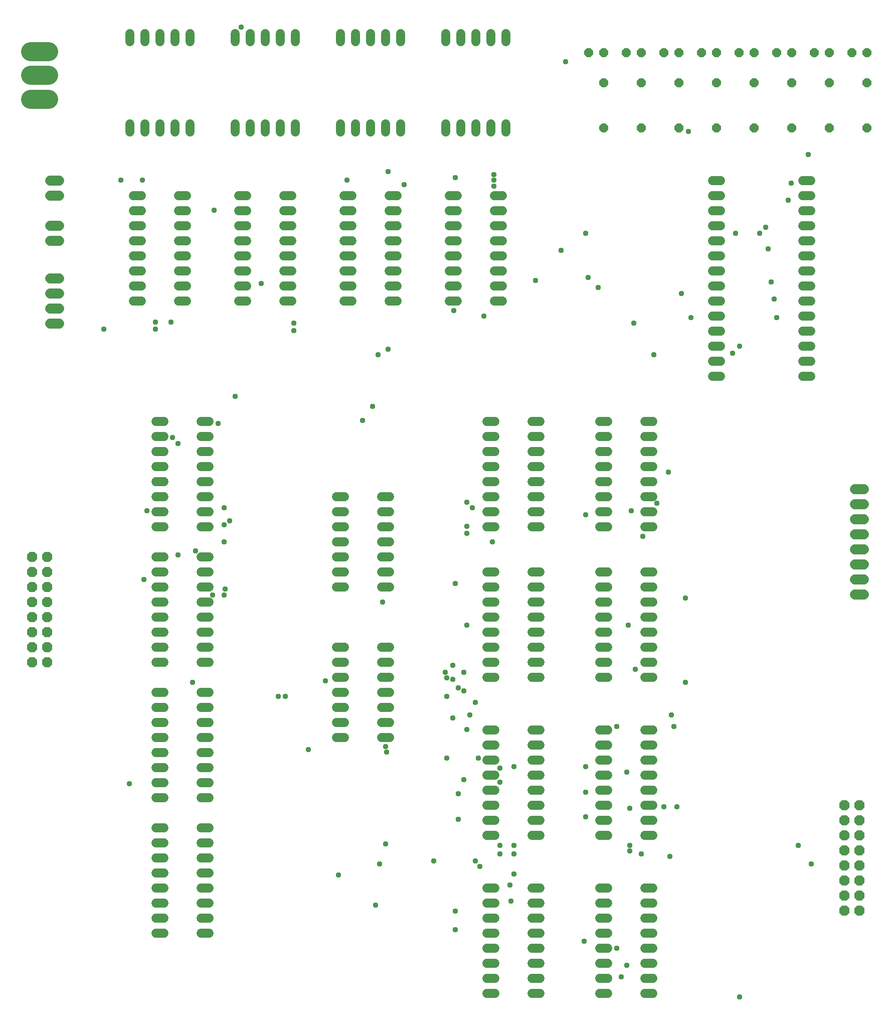
<source format=gbr>
G04 EAGLE Gerber RS-274X export*
G75*
%MOMM*%
%FSLAX34Y34*%
%LPD*%
%INSoldermask Top*%
%IPPOS*%
%AMOC8*
5,1,8,0,0,1.08239X$1,22.5*%
G01*
%ADD10C,1.524000*%
%ADD11P,1.649562X8X22.500000*%
%ADD12P,1.649562X8X112.500000*%
%ADD13C,3.213100*%
%ADD14C,1.727200*%
%ADD15P,1.869504X8X112.500000*%
%ADD16C,0.959600*%


D10*
X787400Y1517396D02*
X787400Y1530604D01*
X812800Y1530604D02*
X812800Y1517396D01*
X838200Y1517396D02*
X838200Y1530604D01*
X863600Y1530604D02*
X863600Y1517396D01*
X889000Y1517396D02*
X889000Y1530604D01*
X889000Y1669796D02*
X889000Y1683004D01*
X863600Y1683004D02*
X863600Y1669796D01*
X838200Y1669796D02*
X838200Y1683004D01*
X812800Y1683004D02*
X812800Y1669796D01*
X787400Y1669796D02*
X787400Y1683004D01*
X609600Y1530604D02*
X609600Y1517396D01*
X635000Y1517396D02*
X635000Y1530604D01*
X660400Y1530604D02*
X660400Y1517396D01*
X685800Y1517396D02*
X685800Y1530604D01*
X711200Y1530604D02*
X711200Y1517396D01*
X711200Y1669796D02*
X711200Y1683004D01*
X685800Y1683004D02*
X685800Y1669796D01*
X660400Y1669796D02*
X660400Y1683004D01*
X635000Y1683004D02*
X635000Y1669796D01*
X609600Y1669796D02*
X609600Y1683004D01*
X431800Y1530604D02*
X431800Y1517396D01*
X457200Y1517396D02*
X457200Y1530604D01*
X482600Y1530604D02*
X482600Y1517396D01*
X508000Y1517396D02*
X508000Y1530604D01*
X533400Y1530604D02*
X533400Y1517396D01*
X533400Y1669796D02*
X533400Y1683004D01*
X508000Y1683004D02*
X508000Y1669796D01*
X482600Y1669796D02*
X482600Y1683004D01*
X457200Y1683004D02*
X457200Y1669796D01*
X431800Y1669796D02*
X431800Y1683004D01*
X254000Y1530604D02*
X254000Y1517396D01*
X279400Y1517396D02*
X279400Y1530604D01*
X304800Y1530604D02*
X304800Y1517396D01*
X330200Y1517396D02*
X330200Y1530604D01*
X355600Y1530604D02*
X355600Y1517396D01*
X355600Y1669796D02*
X355600Y1683004D01*
X330200Y1683004D02*
X330200Y1669796D01*
X304800Y1669796D02*
X304800Y1683004D01*
X279400Y1683004D02*
X279400Y1669796D01*
X254000Y1669796D02*
X254000Y1683004D01*
X1237996Y1435100D02*
X1251204Y1435100D01*
X1251204Y1409700D02*
X1237996Y1409700D01*
X1237996Y1384300D02*
X1251204Y1384300D01*
X1251204Y1358900D02*
X1237996Y1358900D01*
X1237996Y1333500D02*
X1251204Y1333500D01*
X1251204Y1308100D02*
X1237996Y1308100D01*
X1237996Y1282700D02*
X1251204Y1282700D01*
X1251204Y1257300D02*
X1237996Y1257300D01*
X1237996Y1231900D02*
X1251204Y1231900D01*
X1251204Y1206500D02*
X1237996Y1206500D01*
X1237996Y1181100D02*
X1251204Y1181100D01*
X1251204Y1155700D02*
X1237996Y1155700D01*
X1237996Y1130300D02*
X1251204Y1130300D01*
X1251204Y1104900D02*
X1237996Y1104900D01*
X1390396Y1104900D02*
X1403604Y1104900D01*
X1403604Y1130300D02*
X1390396Y1130300D01*
X1390396Y1155700D02*
X1403604Y1155700D01*
X1403604Y1181100D02*
X1390396Y1181100D01*
X1390396Y1206500D02*
X1403604Y1206500D01*
X1403604Y1231900D02*
X1390396Y1231900D01*
X1390396Y1257300D02*
X1403604Y1257300D01*
X1403604Y1282700D02*
X1390396Y1282700D01*
X1390396Y1308100D02*
X1403604Y1308100D01*
X1403604Y1333500D02*
X1390396Y1333500D01*
X1390396Y1358900D02*
X1403604Y1358900D01*
X1403604Y1384300D02*
X1390396Y1384300D01*
X1390396Y1409700D02*
X1403604Y1409700D01*
X1403604Y1435100D02*
X1390396Y1435100D01*
X451104Y1409700D02*
X437896Y1409700D01*
X437896Y1384300D02*
X451104Y1384300D01*
X451104Y1257300D02*
X437896Y1257300D01*
X437896Y1231900D02*
X451104Y1231900D01*
X451104Y1358900D02*
X437896Y1358900D01*
X437896Y1333500D02*
X451104Y1333500D01*
X451104Y1282700D02*
X437896Y1282700D01*
X437896Y1308100D02*
X451104Y1308100D01*
X514096Y1231900D02*
X527304Y1231900D01*
X527304Y1257300D02*
X514096Y1257300D01*
X514096Y1282700D02*
X527304Y1282700D01*
X527304Y1308100D02*
X514096Y1308100D01*
X514096Y1333500D02*
X527304Y1333500D01*
X527304Y1358900D02*
X514096Y1358900D01*
X514096Y1384300D02*
X527304Y1384300D01*
X527304Y1409700D02*
X514096Y1409700D01*
X273304Y1409700D02*
X260096Y1409700D01*
X260096Y1384300D02*
X273304Y1384300D01*
X273304Y1257300D02*
X260096Y1257300D01*
X260096Y1231900D02*
X273304Y1231900D01*
X273304Y1358900D02*
X260096Y1358900D01*
X260096Y1333500D02*
X273304Y1333500D01*
X273304Y1282700D02*
X260096Y1282700D01*
X260096Y1308100D02*
X273304Y1308100D01*
X336296Y1231900D02*
X349504Y1231900D01*
X349504Y1257300D02*
X336296Y1257300D01*
X336296Y1282700D02*
X349504Y1282700D01*
X349504Y1308100D02*
X336296Y1308100D01*
X336296Y1333500D02*
X349504Y1333500D01*
X349504Y1358900D02*
X336296Y1358900D01*
X336296Y1384300D02*
X349504Y1384300D01*
X349504Y1409700D02*
X336296Y1409700D01*
X856996Y1028700D02*
X870204Y1028700D01*
X870204Y1003300D02*
X856996Y1003300D01*
X856996Y876300D02*
X870204Y876300D01*
X870204Y850900D02*
X856996Y850900D01*
X856996Y977900D02*
X870204Y977900D01*
X870204Y952500D02*
X856996Y952500D01*
X856996Y901700D02*
X870204Y901700D01*
X870204Y927100D02*
X856996Y927100D01*
X933196Y850900D02*
X946404Y850900D01*
X946404Y876300D02*
X933196Y876300D01*
X933196Y901700D02*
X946404Y901700D01*
X946404Y927100D02*
X933196Y927100D01*
X933196Y952500D02*
X946404Y952500D01*
X946404Y977900D02*
X933196Y977900D01*
X933196Y1003300D02*
X946404Y1003300D01*
X946404Y1028700D02*
X933196Y1028700D01*
X870204Y774700D02*
X856996Y774700D01*
X856996Y749300D02*
X870204Y749300D01*
X870204Y622300D02*
X856996Y622300D01*
X856996Y596900D02*
X870204Y596900D01*
X870204Y723900D02*
X856996Y723900D01*
X856996Y698500D02*
X870204Y698500D01*
X870204Y647700D02*
X856996Y647700D01*
X856996Y673100D02*
X870204Y673100D01*
X933196Y596900D02*
X946404Y596900D01*
X946404Y622300D02*
X933196Y622300D01*
X933196Y647700D02*
X946404Y647700D01*
X946404Y673100D02*
X933196Y673100D01*
X933196Y698500D02*
X946404Y698500D01*
X946404Y723900D02*
X933196Y723900D01*
X933196Y749300D02*
X946404Y749300D01*
X946404Y774700D02*
X933196Y774700D01*
X616204Y647700D02*
X602996Y647700D01*
X602996Y622300D02*
X616204Y622300D01*
X616204Y495300D02*
X602996Y495300D01*
X679196Y495300D02*
X692404Y495300D01*
X616204Y596900D02*
X602996Y596900D01*
X602996Y571500D02*
X616204Y571500D01*
X616204Y520700D02*
X602996Y520700D01*
X602996Y546100D02*
X616204Y546100D01*
X679196Y520700D02*
X692404Y520700D01*
X692404Y546100D02*
X679196Y546100D01*
X679196Y571500D02*
X692404Y571500D01*
X692404Y596900D02*
X679196Y596900D01*
X679196Y622300D02*
X692404Y622300D01*
X692404Y647700D02*
X679196Y647700D01*
X1047496Y508000D02*
X1060704Y508000D01*
X1060704Y482600D02*
X1047496Y482600D01*
X1047496Y355600D02*
X1060704Y355600D01*
X1060704Y330200D02*
X1047496Y330200D01*
X1047496Y457200D02*
X1060704Y457200D01*
X1060704Y431800D02*
X1047496Y431800D01*
X1047496Y381000D02*
X1060704Y381000D01*
X1060704Y406400D02*
X1047496Y406400D01*
X1123696Y330200D02*
X1136904Y330200D01*
X1136904Y355600D02*
X1123696Y355600D01*
X1123696Y381000D02*
X1136904Y381000D01*
X1136904Y406400D02*
X1123696Y406400D01*
X1123696Y431800D02*
X1136904Y431800D01*
X1136904Y457200D02*
X1123696Y457200D01*
X1123696Y482600D02*
X1136904Y482600D01*
X1136904Y508000D02*
X1123696Y508000D01*
X1060704Y241300D02*
X1047496Y241300D01*
X1047496Y215900D02*
X1060704Y215900D01*
X1060704Y88900D02*
X1047496Y88900D01*
X1047496Y63500D02*
X1060704Y63500D01*
X1060704Y190500D02*
X1047496Y190500D01*
X1047496Y165100D02*
X1060704Y165100D01*
X1060704Y114300D02*
X1047496Y114300D01*
X1047496Y139700D02*
X1060704Y139700D01*
X1123696Y63500D02*
X1136904Y63500D01*
X1136904Y88900D02*
X1123696Y88900D01*
X1123696Y114300D02*
X1136904Y114300D01*
X1136904Y139700D02*
X1123696Y139700D01*
X1123696Y165100D02*
X1136904Y165100D01*
X1136904Y190500D02*
X1123696Y190500D01*
X1123696Y215900D02*
X1136904Y215900D01*
X1136904Y241300D02*
X1123696Y241300D01*
X870204Y508000D02*
X856996Y508000D01*
X856996Y482600D02*
X870204Y482600D01*
X870204Y355600D02*
X856996Y355600D01*
X856996Y330200D02*
X870204Y330200D01*
X870204Y457200D02*
X856996Y457200D01*
X856996Y431800D02*
X870204Y431800D01*
X870204Y381000D02*
X856996Y381000D01*
X856996Y406400D02*
X870204Y406400D01*
X933196Y330200D02*
X946404Y330200D01*
X946404Y355600D02*
X933196Y355600D01*
X933196Y381000D02*
X946404Y381000D01*
X946404Y406400D02*
X933196Y406400D01*
X933196Y431800D02*
X946404Y431800D01*
X946404Y457200D02*
X933196Y457200D01*
X933196Y482600D02*
X946404Y482600D01*
X946404Y508000D02*
X933196Y508000D01*
X870204Y241300D02*
X856996Y241300D01*
X856996Y215900D02*
X870204Y215900D01*
X870204Y88900D02*
X856996Y88900D01*
X856996Y63500D02*
X870204Y63500D01*
X870204Y190500D02*
X856996Y190500D01*
X856996Y165100D02*
X870204Y165100D01*
X870204Y114300D02*
X856996Y114300D01*
X856996Y139700D02*
X870204Y139700D01*
X933196Y63500D02*
X946404Y63500D01*
X946404Y88900D02*
X933196Y88900D01*
X933196Y114300D02*
X946404Y114300D01*
X946404Y139700D02*
X933196Y139700D01*
X933196Y165100D02*
X946404Y165100D01*
X946404Y190500D02*
X933196Y190500D01*
X933196Y215900D02*
X946404Y215900D01*
X946404Y241300D02*
X933196Y241300D01*
X1047496Y1028700D02*
X1060704Y1028700D01*
X1060704Y1003300D02*
X1047496Y1003300D01*
X1047496Y876300D02*
X1060704Y876300D01*
X1060704Y850900D02*
X1047496Y850900D01*
X1047496Y977900D02*
X1060704Y977900D01*
X1060704Y952500D02*
X1047496Y952500D01*
X1047496Y901700D02*
X1060704Y901700D01*
X1060704Y927100D02*
X1047496Y927100D01*
X1123696Y850900D02*
X1136904Y850900D01*
X1136904Y876300D02*
X1123696Y876300D01*
X1123696Y901700D02*
X1136904Y901700D01*
X1136904Y927100D02*
X1123696Y927100D01*
X1123696Y952500D02*
X1136904Y952500D01*
X1136904Y977900D02*
X1123696Y977900D01*
X1123696Y1003300D02*
X1136904Y1003300D01*
X1136904Y1028700D02*
X1123696Y1028700D01*
X1060704Y774700D02*
X1047496Y774700D01*
X1047496Y749300D02*
X1060704Y749300D01*
X1060704Y622300D02*
X1047496Y622300D01*
X1047496Y596900D02*
X1060704Y596900D01*
X1060704Y723900D02*
X1047496Y723900D01*
X1047496Y698500D02*
X1060704Y698500D01*
X1060704Y647700D02*
X1047496Y647700D01*
X1047496Y673100D02*
X1060704Y673100D01*
X1123696Y596900D02*
X1136904Y596900D01*
X1136904Y622300D02*
X1123696Y622300D01*
X1123696Y647700D02*
X1136904Y647700D01*
X1136904Y673100D02*
X1123696Y673100D01*
X1123696Y698500D02*
X1136904Y698500D01*
X1136904Y723900D02*
X1123696Y723900D01*
X1123696Y749300D02*
X1136904Y749300D01*
X1136904Y774700D02*
X1123696Y774700D01*
X311404Y342900D02*
X298196Y342900D01*
X298196Y317500D02*
X311404Y317500D01*
X311404Y190500D02*
X298196Y190500D01*
X298196Y165100D02*
X311404Y165100D01*
X311404Y292100D02*
X298196Y292100D01*
X298196Y266700D02*
X311404Y266700D01*
X311404Y215900D02*
X298196Y215900D01*
X298196Y241300D02*
X311404Y241300D01*
X374396Y165100D02*
X387604Y165100D01*
X387604Y190500D02*
X374396Y190500D01*
X374396Y215900D02*
X387604Y215900D01*
X387604Y241300D02*
X374396Y241300D01*
X374396Y266700D02*
X387604Y266700D01*
X387604Y292100D02*
X374396Y292100D01*
X374396Y317500D02*
X387604Y317500D01*
X387604Y342900D02*
X374396Y342900D01*
X311404Y571500D02*
X298196Y571500D01*
X298196Y546100D02*
X311404Y546100D01*
X311404Y419100D02*
X298196Y419100D01*
X298196Y393700D02*
X311404Y393700D01*
X311404Y520700D02*
X298196Y520700D01*
X298196Y495300D02*
X311404Y495300D01*
X311404Y444500D02*
X298196Y444500D01*
X298196Y469900D02*
X311404Y469900D01*
X374396Y393700D02*
X387604Y393700D01*
X387604Y419100D02*
X374396Y419100D01*
X374396Y444500D02*
X387604Y444500D01*
X387604Y469900D02*
X374396Y469900D01*
X374396Y495300D02*
X387604Y495300D01*
X387604Y520700D02*
X374396Y520700D01*
X374396Y546100D02*
X387604Y546100D01*
X387604Y571500D02*
X374396Y571500D01*
X311404Y800100D02*
X298196Y800100D01*
X298196Y774700D02*
X311404Y774700D01*
X311404Y647700D02*
X298196Y647700D01*
X298196Y622300D02*
X311404Y622300D01*
X311404Y749300D02*
X298196Y749300D01*
X298196Y723900D02*
X311404Y723900D01*
X311404Y673100D02*
X298196Y673100D01*
X298196Y698500D02*
X311404Y698500D01*
X374396Y622300D02*
X387604Y622300D01*
X387604Y647700D02*
X374396Y647700D01*
X374396Y673100D02*
X387604Y673100D01*
X387604Y698500D02*
X374396Y698500D01*
X374396Y723900D02*
X387604Y723900D01*
X387604Y749300D02*
X374396Y749300D01*
X374396Y774700D02*
X387604Y774700D01*
X387604Y800100D02*
X374396Y800100D01*
X311404Y1028700D02*
X298196Y1028700D01*
X298196Y1003300D02*
X311404Y1003300D01*
X311404Y876300D02*
X298196Y876300D01*
X298196Y850900D02*
X311404Y850900D01*
X311404Y977900D02*
X298196Y977900D01*
X298196Y952500D02*
X311404Y952500D01*
X311404Y901700D02*
X298196Y901700D01*
X298196Y927100D02*
X311404Y927100D01*
X374396Y850900D02*
X387604Y850900D01*
X387604Y876300D02*
X374396Y876300D01*
X374396Y901700D02*
X387604Y901700D01*
X387604Y927100D02*
X374396Y927100D01*
X374396Y952500D02*
X387604Y952500D01*
X387604Y977900D02*
X374396Y977900D01*
X374396Y1003300D02*
X387604Y1003300D01*
X387604Y1028700D02*
X374396Y1028700D01*
X793496Y1409700D02*
X806704Y1409700D01*
X806704Y1384300D02*
X793496Y1384300D01*
X793496Y1257300D02*
X806704Y1257300D01*
X806704Y1231900D02*
X793496Y1231900D01*
X793496Y1358900D02*
X806704Y1358900D01*
X806704Y1333500D02*
X793496Y1333500D01*
X793496Y1282700D02*
X806704Y1282700D01*
X806704Y1308100D02*
X793496Y1308100D01*
X869696Y1231900D02*
X882904Y1231900D01*
X882904Y1257300D02*
X869696Y1257300D01*
X869696Y1282700D02*
X882904Y1282700D01*
X882904Y1308100D02*
X869696Y1308100D01*
X869696Y1333500D02*
X882904Y1333500D01*
X882904Y1358900D02*
X869696Y1358900D01*
X869696Y1384300D02*
X882904Y1384300D01*
X882904Y1409700D02*
X869696Y1409700D01*
X628904Y1409700D02*
X615696Y1409700D01*
X615696Y1384300D02*
X628904Y1384300D01*
X628904Y1257300D02*
X615696Y1257300D01*
X615696Y1231900D02*
X628904Y1231900D01*
X628904Y1358900D02*
X615696Y1358900D01*
X615696Y1333500D02*
X628904Y1333500D01*
X628904Y1282700D02*
X615696Y1282700D01*
X615696Y1308100D02*
X628904Y1308100D01*
X691896Y1231900D02*
X705104Y1231900D01*
X705104Y1257300D02*
X691896Y1257300D01*
X691896Y1282700D02*
X705104Y1282700D01*
X705104Y1308100D02*
X691896Y1308100D01*
X691896Y1333500D02*
X705104Y1333500D01*
X705104Y1358900D02*
X691896Y1358900D01*
X691896Y1384300D02*
X705104Y1384300D01*
X705104Y1409700D02*
X691896Y1409700D01*
D11*
X1473200Y1651000D03*
X1498600Y1651000D03*
X1092200Y1651000D03*
X1117600Y1651000D03*
X1409700Y1651000D03*
X1435100Y1651000D03*
X1346200Y1651000D03*
X1371600Y1651000D03*
X1282700Y1651000D03*
X1308100Y1651000D03*
X1219200Y1651000D03*
X1244600Y1651000D03*
X1155700Y1651000D03*
X1181100Y1651000D03*
X1028700Y1651000D03*
X1054100Y1651000D03*
D12*
X1498600Y1524000D03*
X1498600Y1600200D03*
X1117600Y1524000D03*
X1117600Y1600200D03*
X1435100Y1524000D03*
X1435100Y1600200D03*
X1371600Y1524000D03*
X1371600Y1600200D03*
X1308100Y1524000D03*
X1308100Y1600200D03*
X1244600Y1524000D03*
X1244600Y1600200D03*
X1181100Y1524000D03*
X1181100Y1600200D03*
X1054100Y1524000D03*
X1054100Y1600200D03*
D13*
X116650Y1572768D02*
X86551Y1572768D01*
X86551Y1612900D02*
X116650Y1612900D01*
X116650Y1653032D02*
X86551Y1653032D01*
D10*
X602996Y901700D02*
X616204Y901700D01*
X616204Y876300D02*
X602996Y876300D01*
X602996Y749300D02*
X616204Y749300D01*
X679196Y749300D02*
X692404Y749300D01*
X616204Y850900D02*
X602996Y850900D01*
X602996Y825500D02*
X616204Y825500D01*
X616204Y774700D02*
X602996Y774700D01*
X602996Y800100D02*
X616204Y800100D01*
X679196Y774700D02*
X692404Y774700D01*
X692404Y800100D02*
X679196Y800100D01*
X679196Y825500D02*
X692404Y825500D01*
X692404Y850900D02*
X679196Y850900D01*
X679196Y876300D02*
X692404Y876300D01*
X692404Y901700D02*
X679196Y901700D01*
D14*
X1478280Y914400D02*
X1493520Y914400D01*
X1493520Y889000D02*
X1478280Y889000D01*
X1478280Y863600D02*
X1493520Y863600D01*
X1493520Y838200D02*
X1478280Y838200D01*
X1478280Y812800D02*
X1493520Y812800D01*
X1493520Y787400D02*
X1478280Y787400D01*
X1478280Y762000D02*
X1493520Y762000D01*
X1493520Y736600D02*
X1478280Y736600D01*
D15*
X1485900Y203200D03*
X1485900Y228600D03*
X1485900Y254000D03*
X1485900Y279400D03*
X1485900Y304800D03*
X1485900Y330200D03*
X1460500Y203200D03*
X1460500Y228600D03*
X1460500Y254000D03*
X1460500Y279400D03*
X1460500Y304800D03*
X1460500Y330200D03*
X1485900Y355600D03*
X1485900Y381000D03*
X1460500Y355600D03*
X1460500Y381000D03*
D14*
X134620Y1270000D02*
X119380Y1270000D01*
X119380Y1244600D02*
X134620Y1244600D01*
X134620Y1219200D02*
X119380Y1219200D01*
X119380Y1193800D02*
X134620Y1193800D01*
X134620Y1333500D02*
X119380Y1333500D01*
X119380Y1358900D02*
X134620Y1358900D01*
X134620Y1409700D02*
X119380Y1409700D01*
X119380Y1435100D02*
X134620Y1435100D01*
D15*
X114300Y622300D03*
X114300Y647700D03*
X114300Y673100D03*
X114300Y698500D03*
X114300Y723900D03*
X114300Y749300D03*
X88900Y622300D03*
X88900Y647700D03*
X88900Y673100D03*
X88900Y698500D03*
X88900Y723900D03*
X88900Y749300D03*
X114300Y774700D03*
X114300Y800100D03*
X88900Y774700D03*
X88900Y800100D03*
D16*
X1365758Y1401953D03*
X1163066Y943483D03*
X1346454Y1204087D03*
X1341628Y1235456D03*
X1336802Y1264412D03*
X1097915Y313690D03*
X1382649Y313690D03*
X1404366Y282321D03*
X1020699Y152019D03*
X1076198Y139954D03*
X1097915Y376428D03*
X1023112Y871093D03*
X680466Y723900D03*
X1331976Y1319911D03*
X275082Y1435735D03*
X1283716Y1155827D03*
X1271651Y1143762D03*
X1138936Y1141349D03*
X673227Y1141349D03*
X530860Y1194435D03*
X1399540Y1479169D03*
X989330Y1636014D03*
X441579Y1693926D03*
X1317498Y1346454D03*
X1276477Y1346454D03*
X1023112Y1346454D03*
X938657Y1266825D03*
X646684Y1030351D03*
X209931Y1184783D03*
X238887Y1435735D03*
X1327150Y1356106D03*
X1196848Y1517777D03*
X395732Y1385062D03*
X1370584Y1430909D03*
X868680Y1445387D03*
X690118Y1450213D03*
X620141Y1435735D03*
X475361Y1261999D03*
X296799Y1184783D03*
X296799Y1196848D03*
X323342Y1196848D03*
X359537Y588772D03*
X364363Y810768D03*
X412623Y825246D03*
X412623Y854202D03*
X431927Y1071372D03*
X1184783Y1245108D03*
X1105154Y1194435D03*
X690118Y1151001D03*
X335407Y991743D03*
X868680Y1435735D03*
X803529Y1440561D03*
X277495Y762508D03*
X325755Y1001395D03*
X868680Y1426083D03*
X716661Y1428496D03*
X402971Y1025525D03*
X530860Y1182370D03*
X982091Y1317498D03*
X663575Y1054481D03*
X1027938Y1271651D03*
X1044829Y1254760D03*
X1201674Y1204087D03*
X851789Y1206500D03*
X801116Y1216152D03*
X878332Y299212D03*
X902462Y299212D03*
X1023112Y402971D03*
X895223Y246126D03*
X902462Y265430D03*
X1023112Y361950D03*
X605663Y263017D03*
X878332Y419862D03*
X1097915Y304038D03*
X1117219Y299212D03*
X842137Y460883D03*
X902462Y446405D03*
X1023112Y446405D03*
X1093089Y436753D03*
X675640Y282321D03*
X844550Y277495D03*
X897636Y219583D03*
X668401Y212344D03*
X1283716Y57912D03*
X803529Y171323D03*
X1083437Y91694D03*
X1093089Y110998D03*
X516382Y564642D03*
X789051Y460883D03*
X504317Y564642D03*
X808355Y400558D03*
X393319Y735965D03*
X412623Y735965D03*
X808355Y357124D03*
X878332Y313690D03*
X902462Y313690D03*
X415036Y745617D03*
X685292Y480187D03*
X878332Y443992D03*
X837311Y287147D03*
X767334Y287147D03*
X335407Y803529D03*
X282321Y878332D03*
X685292Y316103D03*
X687705Y470535D03*
X412623Y883158D03*
X803529Y202692D03*
X554990Y475361D03*
X583946Y591185D03*
X422275Y861441D03*
X1107567Y610489D03*
X1172718Y513969D03*
X1100328Y878332D03*
X1143762Y890397D03*
X1119632Y834898D03*
X1076198Y513969D03*
X1165479Y294386D03*
X1177544Y378841D03*
X1192022Y588772D03*
X1192022Y731139D03*
X1095502Y685292D03*
X1155827Y378841D03*
X1167892Y533273D03*
X822833Y509143D03*
X818007Y574294D03*
X822833Y851789D03*
X822833Y892810D03*
X818007Y424688D03*
X798703Y593598D03*
X822833Y839724D03*
X832485Y883158D03*
X798703Y528447D03*
X789051Y596011D03*
X803529Y755269D03*
X837311Y554990D03*
X866267Y825246D03*
X808355Y579120D03*
X822833Y685292D03*
X789051Y564642D03*
X818007Y605663D03*
X786638Y605663D03*
X798703Y617728D03*
X827659Y533273D03*
X253365Y417449D03*
M02*

</source>
